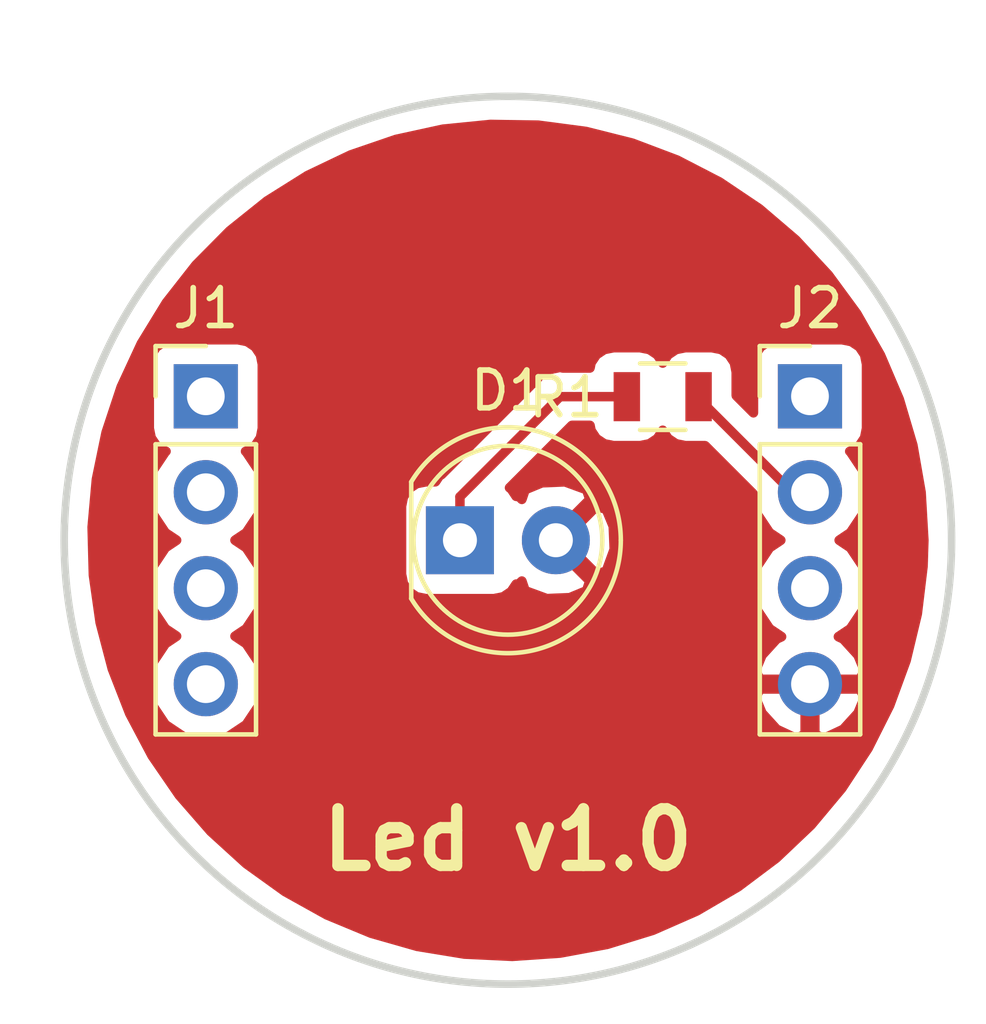
<source format=kicad_pcb>
(kicad_pcb (version 20171130) (host pcbnew "(5.0.0)")

  (general
    (thickness 1.6)
    (drawings 2)
    (tracks 11)
    (zones 0)
    (modules 4)
    (nets 4)
  )

  (page A4)
  (layers
    (0 F.Cu signal)
    (31 B.Cu signal)
    (32 B.Adhes user)
    (33 F.Adhes user)
    (34 B.Paste user)
    (35 F.Paste user)
    (36 B.SilkS user)
    (37 F.SilkS user)
    (38 B.Mask user)
    (39 F.Mask user)
    (40 Dwgs.User user)
    (41 Cmts.User user)
    (42 Eco1.User user)
    (43 Eco2.User user)
    (44 Edge.Cuts user)
    (45 Margin user)
    (46 B.CrtYd user)
    (47 F.CrtYd user)
    (48 B.Fab user)
    (49 F.Fab user)
  )

  (setup
    (last_trace_width 0.25)
    (trace_clearance 0.2)
    (zone_clearance 0.508)
    (zone_45_only no)
    (trace_min 0.2)
    (segment_width 0.2)
    (edge_width 0.2)
    (via_size 0.8)
    (via_drill 0.4)
    (via_min_size 0.4)
    (via_min_drill 0.3)
    (uvia_size 0.3)
    (uvia_drill 0.1)
    (uvias_allowed no)
    (uvia_min_size 0.2)
    (uvia_min_drill 0.1)
    (pcb_text_width 0.3)
    (pcb_text_size 1.5 1.5)
    (mod_edge_width 0.15)
    (mod_text_size 1 1)
    (mod_text_width 0.15)
    (pad_size 1 1)
    (pad_drill 0.889)
    (pad_to_mask_clearance 0.2)
    (aux_axis_origin 0 0)
    (visible_elements 7FFFFFFF)
    (pcbplotparams
      (layerselection 0x010fc_ffffffff)
      (usegerberextensions false)
      (usegerberattributes false)
      (usegerberadvancedattributes false)
      (creategerberjobfile false)
      (excludeedgelayer true)
      (linewidth 0.100000)
      (plotframeref false)
      (viasonmask false)
      (mode 1)
      (useauxorigin false)
      (hpglpennumber 1)
      (hpglpenspeed 20)
      (hpglpendiameter 15.000000)
      (psnegative false)
      (psa4output false)
      (plotreference true)
      (plotvalue true)
      (plotinvisibletext false)
      (padsonsilk false)
      (subtractmaskfromsilk false)
      (outputformat 1)
      (mirror false)
      (drillshape 0)
      (scaleselection 1)
      (outputdirectory "Gerbers/"))
  )

  (net 0 "")
  (net 1 "Net-(D1-Pad1)")
  (net 2 +5V)
  (net 3 /G)

  (net_class Default "This is the default net class."
    (clearance 0.2)
    (trace_width 0.25)
    (via_dia 0.8)
    (via_drill 0.4)
    (uvia_dia 0.3)
    (uvia_drill 0.1)
    (add_net +5V)
    (add_net /G)
    (add_net "Net-(D1-Pad1)")
  )

  (module Resistors_SMD:R_0805 (layer F.Cu) (tedit 58E0A804) (tstamp 5C6B7EF9)
    (at 154.1 91.2)
    (descr "Resistor SMD 0805, reflow soldering, Vishay (see dcrcw.pdf)")
    (tags "resistor 0805")
    (path /5BDDBA4D)
    (attr smd)
    (fp_text reference R1 (at -2.56 0.02) (layer F.SilkS)
      (effects (font (size 1 1) (thickness 0.15)))
    )
    (fp_text value R (at 0 1.75) (layer F.Fab)
      (effects (font (size 1 1) (thickness 0.15)))
    )
    (fp_text user %R (at 0 0) (layer F.Fab)
      (effects (font (size 0.5 0.5) (thickness 0.075)))
    )
    (fp_line (start -1 0.62) (end -1 -0.62) (layer F.Fab) (width 0.1))
    (fp_line (start 1 0.62) (end -1 0.62) (layer F.Fab) (width 0.1))
    (fp_line (start 1 -0.62) (end 1 0.62) (layer F.Fab) (width 0.1))
    (fp_line (start -1 -0.62) (end 1 -0.62) (layer F.Fab) (width 0.1))
    (fp_line (start 0.6 0.88) (end -0.6 0.88) (layer F.SilkS) (width 0.12))
    (fp_line (start -0.6 -0.88) (end 0.6 -0.88) (layer F.SilkS) (width 0.12))
    (fp_line (start -1.55 -0.9) (end 1.55 -0.9) (layer F.CrtYd) (width 0.05))
    (fp_line (start -1.55 -0.9) (end -1.55 0.9) (layer F.CrtYd) (width 0.05))
    (fp_line (start 1.55 0.9) (end 1.55 -0.9) (layer F.CrtYd) (width 0.05))
    (fp_line (start 1.55 0.9) (end -1.55 0.9) (layer F.CrtYd) (width 0.05))
    (pad 1 smd rect (at -0.95 0) (size 0.7 1.3) (layers F.Cu F.Paste F.Mask)
      (net 1 "Net-(D1-Pad1)"))
    (pad 2 smd rect (at 0.95 0) (size 0.7 1.3) (layers F.Cu F.Paste F.Mask)
      (net 3 /G))
    (model ${KISYS3DMOD}/Resistors_SMD.3dshapes/R_0805.wrl
      (at (xyz 0 0 0))
      (scale (xyz 1 1 1))
      (rotate (xyz 0 0 0))
    )
  )

  (module Socket_Strips:Socket_Strip_Straight_1x04_Pitch2.54mm (layer F.Cu) (tedit 58CD5446) (tstamp 5C83FC0B)
    (at 142 91.19)
    (descr "Through hole straight socket strip, 1x04, 2.54mm pitch, single row")
    (tags "Through hole socket strip THT 1x04 2.54mm single row")
    (path /5BDDA9E0)
    (fp_text reference J1 (at 0 -2.33) (layer F.SilkS)
      (effects (font (size 1 1) (thickness 0.15)))
    )
    (fp_text value Conn_01x04 (at 0 9.95) (layer F.Fab)
      (effects (font (size 1 1) (thickness 0.15)))
    )
    (fp_text user %R (at 0 -2.33) (layer F.Fab)
      (effects (font (size 1 1) (thickness 0.15)))
    )
    (fp_line (start 1.8 -1.8) (end -1.8 -1.8) (layer F.CrtYd) (width 0.05))
    (fp_line (start 1.8 9.4) (end 1.8 -1.8) (layer F.CrtYd) (width 0.05))
    (fp_line (start -1.8 9.4) (end 1.8 9.4) (layer F.CrtYd) (width 0.05))
    (fp_line (start -1.8 -1.8) (end -1.8 9.4) (layer F.CrtYd) (width 0.05))
    (fp_line (start -1.33 -1.33) (end 0 -1.33) (layer F.SilkS) (width 0.12))
    (fp_line (start -1.33 0) (end -1.33 -1.33) (layer F.SilkS) (width 0.12))
    (fp_line (start 1.33 1.27) (end -1.33 1.27) (layer F.SilkS) (width 0.12))
    (fp_line (start 1.33 8.95) (end 1.33 1.27) (layer F.SilkS) (width 0.12))
    (fp_line (start -1.33 8.95) (end 1.33 8.95) (layer F.SilkS) (width 0.12))
    (fp_line (start -1.33 1.27) (end -1.33 8.95) (layer F.SilkS) (width 0.12))
    (fp_line (start 1.27 -1.27) (end -1.27 -1.27) (layer F.Fab) (width 0.1))
    (fp_line (start 1.27 8.89) (end 1.27 -1.27) (layer F.Fab) (width 0.1))
    (fp_line (start -1.27 8.89) (end 1.27 8.89) (layer F.Fab) (width 0.1))
    (fp_line (start -1.27 -1.27) (end -1.27 8.89) (layer F.Fab) (width 0.1))
    (pad 4 thru_hole oval (at 0 7.62) (size 1.7 1.7) (drill 1) (layers *.Cu *.Mask))
    (pad 3 thru_hole oval (at 0 5.08) (size 1.7 1.7) (drill 1) (layers *.Cu *.Mask))
    (pad 2 thru_hole oval (at 0 2.54) (size 1.7 1.7) (drill 1) (layers *.Cu *.Mask))
    (pad 1 thru_hole rect (at 0 0) (size 1.7 1.7) (drill 1) (layers *.Cu *.Mask))
    (model ${KISYS3DMOD}/Socket_Strips.3dshapes/Socket_Strip_Straight_1x04_Pitch2.54mm.wrl
      (offset (xyz 0 -3.809999942779541 0))
      (scale (xyz 1 1 1))
      (rotate (xyz 0 0 270))
    )
  )

  (module Socket_Strips:Socket_Strip_Straight_1x04_Pitch2.54mm (layer F.Cu) (tedit 58CD5446) (tstamp 5C83FC21)
    (at 158 91.19)
    (descr "Through hole straight socket strip, 1x04, 2.54mm pitch, single row")
    (tags "Through hole socket strip THT 1x04 2.54mm single row")
    (path /5BDDA98F)
    (fp_text reference J2 (at 0 -2.33) (layer F.SilkS)
      (effects (font (size 1 1) (thickness 0.15)))
    )
    (fp_text value Conn_01x04 (at 0 9.95) (layer F.Fab)
      (effects (font (size 1 1) (thickness 0.15)))
    )
    (fp_line (start -1.27 -1.27) (end -1.27 8.89) (layer F.Fab) (width 0.1))
    (fp_line (start -1.27 8.89) (end 1.27 8.89) (layer F.Fab) (width 0.1))
    (fp_line (start 1.27 8.89) (end 1.27 -1.27) (layer F.Fab) (width 0.1))
    (fp_line (start 1.27 -1.27) (end -1.27 -1.27) (layer F.Fab) (width 0.1))
    (fp_line (start -1.33 1.27) (end -1.33 8.95) (layer F.SilkS) (width 0.12))
    (fp_line (start -1.33 8.95) (end 1.33 8.95) (layer F.SilkS) (width 0.12))
    (fp_line (start 1.33 8.95) (end 1.33 1.27) (layer F.SilkS) (width 0.12))
    (fp_line (start 1.33 1.27) (end -1.33 1.27) (layer F.SilkS) (width 0.12))
    (fp_line (start -1.33 0) (end -1.33 -1.33) (layer F.SilkS) (width 0.12))
    (fp_line (start -1.33 -1.33) (end 0 -1.33) (layer F.SilkS) (width 0.12))
    (fp_line (start -1.8 -1.8) (end -1.8 9.4) (layer F.CrtYd) (width 0.05))
    (fp_line (start -1.8 9.4) (end 1.8 9.4) (layer F.CrtYd) (width 0.05))
    (fp_line (start 1.8 9.4) (end 1.8 -1.8) (layer F.CrtYd) (width 0.05))
    (fp_line (start 1.8 -1.8) (end -1.8 -1.8) (layer F.CrtYd) (width 0.05))
    (fp_text user %R (at 0 -2.33) (layer F.Fab)
      (effects (font (size 1 1) (thickness 0.15)))
    )
    (pad 1 thru_hole rect (at 0 0) (size 1.7 1.7) (drill 1) (layers *.Cu *.Mask))
    (pad 2 thru_hole oval (at 0 2.54) (size 1.7 1.7) (drill 1) (layers *.Cu *.Mask)
      (net 3 /G))
    (pad 3 thru_hole oval (at 0 5.08) (size 1.7 1.7) (drill 1) (layers *.Cu *.Mask))
    (pad 4 thru_hole oval (at 0 7.62) (size 1.7 1.7) (drill 1) (layers *.Cu *.Mask)
      (net 2 +5V))
    (model ${KISYS3DMOD}/Socket_Strips.3dshapes/Socket_Strip_Straight_1x04_Pitch2.54mm.wrl
      (offset (xyz 0 -3.809999942779541 0))
      (scale (xyz 1 1 1))
      (rotate (xyz 0 0 270))
    )
  )

  (module LEDs:LED_D5.0mm (layer F.Cu) (tedit 5995936A) (tstamp 5D08F4F1)
    (at 148.73 95)
    (descr "LED, diameter 5.0mm, 2 pins, http://cdn-reichelt.de/documents/datenblatt/A500/LL-504BC2E-009.pdf")
    (tags "LED diameter 5.0mm 2 pins")
    (path /5CEFA5CE)
    (fp_text reference D1 (at 1.27 -3.96) (layer F.SilkS)
      (effects (font (size 1 1) (thickness 0.15)))
    )
    (fp_text value LED (at 1.27 3.96) (layer F.Fab)
      (effects (font (size 1 1) (thickness 0.15)))
    )
    (fp_arc (start 1.27 0) (end -1.23 -1.469694) (angle 299.1) (layer F.Fab) (width 0.1))
    (fp_arc (start 1.27 0) (end -1.29 -1.54483) (angle 148.9) (layer F.SilkS) (width 0.12))
    (fp_arc (start 1.27 0) (end -1.29 1.54483) (angle -148.9) (layer F.SilkS) (width 0.12))
    (fp_circle (center 1.27 0) (end 3.77 0) (layer F.Fab) (width 0.1))
    (fp_circle (center 1.27 0) (end 3.77 0) (layer F.SilkS) (width 0.12))
    (fp_line (start -1.23 -1.469694) (end -1.23 1.469694) (layer F.Fab) (width 0.1))
    (fp_line (start -1.29 -1.545) (end -1.29 1.545) (layer F.SilkS) (width 0.12))
    (fp_line (start -1.95 -3.25) (end -1.95 3.25) (layer F.CrtYd) (width 0.05))
    (fp_line (start -1.95 3.25) (end 4.5 3.25) (layer F.CrtYd) (width 0.05))
    (fp_line (start 4.5 3.25) (end 4.5 -3.25) (layer F.CrtYd) (width 0.05))
    (fp_line (start 4.5 -3.25) (end -1.95 -3.25) (layer F.CrtYd) (width 0.05))
    (fp_text user %R (at 1.25 0) (layer F.Fab)
      (effects (font (size 0.8 0.8) (thickness 0.2)))
    )
    (pad 1 thru_hole rect (at 0 0) (size 1.8 1.8) (drill 0.9) (layers *.Cu *.Mask)
      (net 1 "Net-(D1-Pad1)"))
    (pad 2 thru_hole circle (at 2.54 0) (size 1.8 1.8) (drill 0.9) (layers *.Cu *.Mask)
      (net 2 +5V))
    (model ${KISYS3DMOD}/LEDs.3dshapes/LED_D5.0mm.wrl
      (at (xyz 0 0 0))
      (scale (xyz 0.393701 0.393701 0.393701))
      (rotate (xyz 0 0 0))
    )
  )

  (gr_text "Led v1.0" (at 150 102.93) (layer F.SilkS)
    (effects (font (size 1.5 1.5) (thickness 0.3)))
  )
  (gr_circle (center 150 95) (end 161.75 95) (layer Edge.Cuts) (width 0.2))

  (segment (start 150.635 95.085) (end 150.635 95) (width 0.25) (layer F.Cu) (net 2))
  (segment (start 151.905 95) (end 151.905 94.875) (width 0.25) (layer F.Cu) (net 2))
  (segment (start 157.99 91.2) (end 158 91.19) (width 0.25) (layer F.Cu) (net 0))
  (segment (start 148.73 93.85) (end 148.73 95) (width 0.25) (layer F.Cu) (net 1))
  (segment (start 151.38 91.2) (end 148.73 93.85) (width 0.25) (layer F.Cu) (net 1))
  (segment (start 153.15 91.2) (end 151.38 91.2) (width 0.25) (layer F.Cu) (net 1))
  (segment (start 155.08 98.81) (end 158 98.81) (width 0.25) (layer F.Cu) (net 2))
  (segment (start 151.27 95) (end 155.08 98.81) (width 0.25) (layer F.Cu) (net 2))
  (segment (start 155.05 91.25) (end 155.05 91.2) (width 0.25) (layer F.Cu) (net 3))
  (segment (start 158 93.73) (end 157.53 93.73) (width 0.25) (layer F.Cu) (net 3))
  (segment (start 157.53 93.73) (end 155.05 91.25) (width 0.25) (layer F.Cu) (net 3))

  (zone (net 2) (net_name +5V) (layer F.Cu) (tstamp 5C21ECBB) (hatch edge 0.508)
    (connect_pads (clearance 0.508))
    (min_thickness 0.254)
    (fill yes (arc_segments 16) (thermal_gap 0.508) (thermal_bridge_width 0.508))
    (polygon
      (pts
        (xy 136.55 80.7) (xy 162.25 80.7) (xy 162.25 107.825) (xy 136.55 107.75)
      )
    )
    (filled_polygon
      (pts
        (xy 150.806719 84.014581) (xy 152.064005 84.180106) (xy 153.293934 84.489043) (xy 154.480204 84.937297) (xy 155.607091 85.518927)
        (xy 156.659659 86.226223) (xy 157.623957 87.049811) (xy 158.487203 87.978775) (xy 159.237956 89.000801) (xy 159.866265 90.102344)
        (xy 160.363802 91.268802) (xy 160.723972 92.484715) (xy 160.942001 93.733967) (xy 161.015 95) (xy 160.993264 95.691638)
        (xy 160.840915 96.950588) (xy 160.544874 98.183685) (xy 160.109067 99.374584) (xy 159.53927 100.5075) (xy 158.843034 101.567417)
        (xy 158.029589 102.540286) (xy 157.109716 103.413213) (xy 156.095608 104.174627) (xy 155.000705 104.814437) (xy 153.839521 105.324161)
        (xy 152.627446 105.697044) (xy 151.380546 105.928143) (xy 150.115347 106.014396) (xy 148.848619 105.954659) (xy 147.597152 105.749723)
        (xy 146.377534 105.402306) (xy 145.205929 104.917011) (xy 144.097868 104.300272) (xy 143.068036 103.560263) (xy 142.130083 102.706792)
        (xy 141.296443 101.751171) (xy 140.578163 100.706068) (xy 139.984764 99.585333) (xy 139.524112 98.403822) (xy 139.202313 97.177196)
        (xy 139.023631 95.921711) (xy 138.990435 94.65401) (xy 139.0729 93.73) (xy 140.485908 93.73) (xy 140.601161 94.309418)
        (xy 140.929375 94.800625) (xy 141.227761 95) (xy 140.929375 95.199375) (xy 140.601161 95.690582) (xy 140.485908 96.27)
        (xy 140.601161 96.849418) (xy 140.929375 97.340625) (xy 141.227761 97.54) (xy 140.929375 97.739375) (xy 140.601161 98.230582)
        (xy 140.485908 98.81) (xy 140.601161 99.389418) (xy 140.929375 99.880625) (xy 141.420582 100.208839) (xy 141.853744 100.295)
        (xy 142.146256 100.295) (xy 142.579418 100.208839) (xy 143.070625 99.880625) (xy 143.398839 99.389418) (xy 143.443102 99.16689)
        (xy 156.558524 99.16689) (xy 156.728355 99.576924) (xy 157.118642 100.005183) (xy 157.643108 100.251486) (xy 157.873 100.130819)
        (xy 157.873 98.937) (xy 158.127 98.937) (xy 158.127 100.130819) (xy 158.356892 100.251486) (xy 158.881358 100.005183)
        (xy 159.271645 99.576924) (xy 159.441476 99.16689) (xy 159.320155 98.937) (xy 158.127 98.937) (xy 157.873 98.937)
        (xy 156.679845 98.937) (xy 156.558524 99.16689) (xy 143.443102 99.16689) (xy 143.514092 98.81) (xy 143.398839 98.230582)
        (xy 143.070625 97.739375) (xy 142.772239 97.54) (xy 143.070625 97.340625) (xy 143.398839 96.849418) (xy 143.514092 96.27)
        (xy 143.398839 95.690582) (xy 143.070625 95.199375) (xy 142.772239 95) (xy 143.070625 94.800625) (xy 143.398839 94.309418)
        (xy 143.440494 94.1) (xy 147.18256 94.1) (xy 147.18256 95.9) (xy 147.231843 96.147765) (xy 147.372191 96.357809)
        (xy 147.582235 96.498157) (xy 147.83 96.54744) (xy 149.63 96.54744) (xy 149.877765 96.498157) (xy 150.087809 96.357809)
        (xy 150.220058 96.159886) (xy 150.25489 96.194718) (xy 150.369447 96.080161) (xy 150.455852 96.336643) (xy 151.029336 96.546458)
        (xy 151.63946 96.520839) (xy 152.084148 96.336643) (xy 152.170554 96.080159) (xy 151.27 95.179605) (xy 151.255858 95.193748)
        (xy 151.076253 95.014143) (xy 151.090395 95) (xy 151.449605 95) (xy 152.350159 95.900554) (xy 152.606643 95.814148)
        (xy 152.816458 95.240664) (xy 152.790839 94.63054) (xy 152.606643 94.185852) (xy 152.350159 94.099446) (xy 151.449605 95)
        (xy 151.090395 95) (xy 151.076253 94.985858) (xy 151.255858 94.806253) (xy 151.27 94.820395) (xy 152.170554 93.919841)
        (xy 152.084148 93.663357) (xy 151.510664 93.453542) (xy 150.90054 93.479161) (xy 150.455852 93.663357) (xy 150.369447 93.919839)
        (xy 150.25489 93.805282) (xy 150.220058 93.840114) (xy 150.087809 93.642191) (xy 150.042731 93.61207) (xy 151.694802 91.96)
        (xy 152.17444 91.96) (xy 152.201843 92.097765) (xy 152.342191 92.307809) (xy 152.552235 92.448157) (xy 152.8 92.49744)
        (xy 153.5 92.49744) (xy 153.747765 92.448157) (xy 153.957809 92.307809) (xy 154.098157 92.097765) (xy 154.1 92.0885)
        (xy 154.101843 92.097765) (xy 154.242191 92.307809) (xy 154.452235 92.448157) (xy 154.7 92.49744) (xy 155.222639 92.49744)
        (xy 156.493533 93.768335) (xy 156.601161 94.309418) (xy 156.929375 94.800625) (xy 157.227761 95) (xy 156.929375 95.199375)
        (xy 156.601161 95.690582) (xy 156.485908 96.27) (xy 156.601161 96.849418) (xy 156.929375 97.340625) (xy 157.248478 97.553843)
        (xy 157.118642 97.614817) (xy 156.728355 98.043076) (xy 156.558524 98.45311) (xy 156.679845 98.683) (xy 157.873 98.683)
        (xy 157.873 98.663) (xy 158.127 98.663) (xy 158.127 98.683) (xy 159.320155 98.683) (xy 159.441476 98.45311)
        (xy 159.271645 98.043076) (xy 158.881358 97.614817) (xy 158.751522 97.553843) (xy 159.070625 97.340625) (xy 159.398839 96.849418)
        (xy 159.514092 96.27) (xy 159.398839 95.690582) (xy 159.070625 95.199375) (xy 158.772239 95) (xy 159.070625 94.800625)
        (xy 159.398839 94.309418) (xy 159.514092 93.73) (xy 159.398839 93.150582) (xy 159.070625 92.659375) (xy 159.052381 92.647184)
        (xy 159.097765 92.638157) (xy 159.307809 92.497809) (xy 159.448157 92.287765) (xy 159.49744 92.04) (xy 159.49744 90.34)
        (xy 159.448157 90.092235) (xy 159.307809 89.882191) (xy 159.097765 89.741843) (xy 158.85 89.69256) (xy 157.15 89.69256)
        (xy 156.902235 89.741843) (xy 156.692191 89.882191) (xy 156.551843 90.092235) (xy 156.50256 90.34) (xy 156.50256 91.627759)
        (xy 156.04744 91.172639) (xy 156.04744 90.55) (xy 155.998157 90.302235) (xy 155.857809 90.092191) (xy 155.647765 89.951843)
        (xy 155.4 89.90256) (xy 154.7 89.90256) (xy 154.452235 89.951843) (xy 154.242191 90.092191) (xy 154.101843 90.302235)
        (xy 154.1 90.3115) (xy 154.098157 90.302235) (xy 153.957809 90.092191) (xy 153.747765 89.951843) (xy 153.5 89.90256)
        (xy 152.8 89.90256) (xy 152.552235 89.951843) (xy 152.342191 90.092191) (xy 152.201843 90.302235) (xy 152.17444 90.44)
        (xy 151.454847 90.44) (xy 151.38 90.425112) (xy 151.305153 90.44) (xy 151.305148 90.44) (xy 151.083463 90.484096)
        (xy 150.832071 90.652071) (xy 150.789671 90.715527) (xy 148.24553 93.259669) (xy 148.182071 93.302071) (xy 148.081518 93.45256)
        (xy 147.83 93.45256) (xy 147.582235 93.501843) (xy 147.372191 93.642191) (xy 147.231843 93.852235) (xy 147.18256 94.1)
        (xy 143.440494 94.1) (xy 143.514092 93.73) (xy 143.398839 93.150582) (xy 143.070625 92.659375) (xy 143.052381 92.647184)
        (xy 143.097765 92.638157) (xy 143.307809 92.497809) (xy 143.448157 92.287765) (xy 143.49744 92.04) (xy 143.49744 90.34)
        (xy 143.448157 90.092235) (xy 143.307809 89.882191) (xy 143.097765 89.741843) (xy 142.85 89.69256) (xy 141.15 89.69256)
        (xy 140.902235 89.741843) (xy 140.692191 89.882191) (xy 140.551843 90.092235) (xy 140.50256 90.34) (xy 140.50256 92.04)
        (xy 140.551843 92.287765) (xy 140.692191 92.497809) (xy 140.902235 92.638157) (xy 140.947619 92.647184) (xy 140.929375 92.659375)
        (xy 140.601161 93.150582) (xy 140.485908 93.73) (xy 139.0729 93.73) (xy 139.103165 93.390895) (xy 139.360327 92.149108)
        (xy 139.758512 90.945108) (xy 140.292442 89.794853) (xy 140.955041 88.71359) (xy 141.737527 87.71565) (xy 142.629526 86.81426)
        (xy 143.619218 86.021367) (xy 144.693483 85.347482) (xy 145.838084 84.801536) (xy 147.037848 84.390764) (xy 148.276874 84.120613)
        (xy 149.53874 83.994662)
      )
    )
  )
)

</source>
